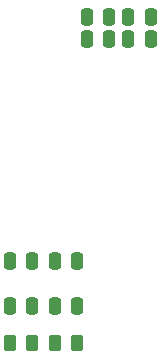
<source format=gbp>
G04 #@! TF.GenerationSoftware,KiCad,Pcbnew,6.0.8-f2edbf62ab~116~ubuntu22.04.1*
G04 #@! TF.CreationDate,2022-10-13T10:44:28+02:00*
G04 #@! TF.ProjectId,Floppy emulator with OSD,466c6f70-7079-4206-956d-756c61746f72,0.2*
G04 #@! TF.SameCoordinates,Original*
G04 #@! TF.FileFunction,Paste,Bot*
G04 #@! TF.FilePolarity,Positive*
%FSLAX46Y46*%
G04 Gerber Fmt 4.6, Leading zero omitted, Abs format (unit mm)*
G04 Created by KiCad (PCBNEW 6.0.8-f2edbf62ab~116~ubuntu22.04.1) date 2022-10-13 10:44:28*
%MOMM*%
%LPD*%
G01*
G04 APERTURE LIST*
G04 Aperture macros list*
%AMRoundRect*
0 Rectangle with rounded corners*
0 $1 Rounding radius*
0 $2 $3 $4 $5 $6 $7 $8 $9 X,Y pos of 4 corners*
0 Add a 4 corners polygon primitive as box body*
4,1,4,$2,$3,$4,$5,$6,$7,$8,$9,$2,$3,0*
0 Add four circle primitives for the rounded corners*
1,1,$1+$1,$2,$3*
1,1,$1+$1,$4,$5*
1,1,$1+$1,$6,$7*
1,1,$1+$1,$8,$9*
0 Add four rect primitives between the rounded corners*
20,1,$1+$1,$2,$3,$4,$5,0*
20,1,$1+$1,$4,$5,$6,$7,0*
20,1,$1+$1,$6,$7,$8,$9,0*
20,1,$1+$1,$8,$9,$2,$3,0*%
G04 Aperture macros list end*
%ADD10RoundRect,0.250000X-0.250000X-0.475000X0.250000X-0.475000X0.250000X0.475000X-0.250000X0.475000X0*%
%ADD11RoundRect,0.250000X0.250000X0.475000X-0.250000X0.475000X-0.250000X-0.475000X0.250000X-0.475000X0*%
%ADD12RoundRect,0.250000X-0.262500X-0.450000X0.262500X-0.450000X0.262500X0.450000X-0.262500X0.450000X0*%
%ADD13RoundRect,0.250000X0.262500X0.450000X-0.262500X0.450000X-0.262500X-0.450000X0.262500X-0.450000X0*%
G04 APERTURE END LIST*
D10*
X113985000Y-142240000D03*
X115885000Y-142240000D03*
D11*
X119695000Y-142240000D03*
X117795000Y-142240000D03*
X119695000Y-138430000D03*
X117795000Y-138430000D03*
D10*
X113985000Y-138430000D03*
X115885000Y-138430000D03*
X120510500Y-117792500D03*
X122410500Y-117792500D03*
D11*
X125918000Y-117792500D03*
X124018000Y-117792500D03*
X125918000Y-119697500D03*
X124018000Y-119697500D03*
D10*
X120510500Y-119697500D03*
X122410500Y-119697500D03*
D12*
X117832500Y-145415000D03*
X119657500Y-145415000D03*
D13*
X115847500Y-145415000D03*
X114022500Y-145415000D03*
M02*

</source>
